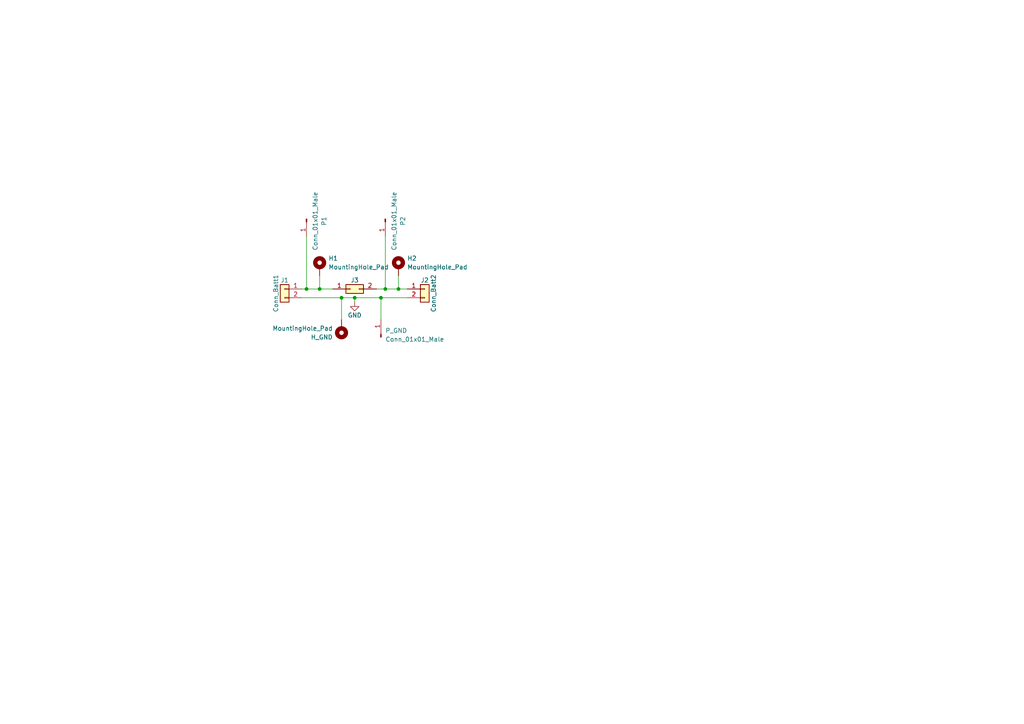
<source format=kicad_sch>
(kicad_sch (version 20230121) (generator eeschema)
  (paper "A4")
  (lib_symbols
    (symbol "Connector:Conn_01x01_Male" (pin_names (offset 1.016) hide)
      (property "Reference" "J" (at 0 2.54 0))
      (property "Value" "Conn_01x01_Male" (at 0 -2.54 0))
      (symbol "Conn_01x01_Male_1_1"
        (polyline (pts (xy 1.27 0) (xy 0.8636 0)) (stroke (width 0.1524)))
        (rectangle (start 0.8636 0.127) (end 0 -0.127) (stroke (width 0.1524)) (fill (type outline)))
        (pin passive line (at 5.08 0 180) (length 3.81) (name "Pin_1") (number "1"))
      )
    )
    (symbol "Connector_Generic:Conn_01x02" (pin_names (offset 1.016) hide)
      (property "Reference" "J" (at 0 2.54 0))
      (property "Value" "Conn_01x02" (at 0 -5.08 0))
      (symbol "Conn_01x02_1_1"
        (rectangle (start -1.27 -2.413) (end 0 -2.667) (stroke (width 0.1524)))
        (rectangle (start -1.27 0.127) (end 0 -0.127) (stroke (width 0.1524)))
        (rectangle (start -1.27 1.27) (end 1.27 -3.81) (stroke (width 0.254)) (fill (type background)))
        (pin passive line (at -5.08 0 0) (length 3.81) (name "Pin_1") (number "1"))
        (pin passive line (at -5.08 -2.54 0) (length 3.81) (name "Pin_2") (number "2"))
      )
    )
    (symbol "Connector_Generic:Conn_02x01" (pin_names (offset 1.016) hide)
      (property "Reference" "J" (at 1.27 2.54 0))
      (property "Value" "Conn_02x01" (at 1.27 -2.54 0))
      (symbol "Conn_02x01_1_1"
        (rectangle (start -1.27 0.127) (end 0 -0.127) (stroke (width 0.1524)))
        (rectangle (start -1.27 1.27) (end 3.81 -1.27) (stroke (width 0.254)) (fill (type background)))
        (rectangle (start 3.81 0.127) (end 2.54 -0.127) (stroke (width 0.1524)))
        (pin passive line (at -5.08 0 0) (length 3.81) (name "Pin_1") (number "1"))
        (pin passive line (at 7.62 0 180) (length 3.81) (name "Pin_2") (number "2"))
      )
    )
    (symbol "Mechanical:MountingHole_Pad" (pin_numbers hide) (pin_names (offset 1.016) hide)
      (property "Reference" "H" (at 0 6.35 0))
      (property "Value" "MountingHole_Pad" (at 0 4.445 0))
      (symbol "MountingHole_Pad_0_1"
        (circle (center 0 1.27) (radius 1.27) (stroke (width 1.27)))
      )
      (symbol "MountingHole_Pad_1_1"
        (pin input line (at 0 -2.54 90) (length 2.54) (name "1") (number "1"))
      )
    )
    (symbol "power:GND" (power) (pin_names (offset 0))
      (property "Value" "GND" (at 0 -3.81 0))
      (symbol "GND_0_1"
        (polyline (pts (xy 0 0) (xy 0 -1.27) (xy 1.27 -1.27) (xy 0 -2.54) (xy -1.27 -1.27) (xy 0 -1.27)))
      )
      (symbol "GND_1_1"
        (pin power_in line (at 0 0 270) (length 0) hide (name "GND") (number "1"))
      )
    )
  )
  (junction (at 99.06 86.36))
  (junction (at 92.71 83.82))
  (junction (at 88.9 83.82))
  (junction (at 115.57 83.82))
  (junction (at 111.76 83.82))
  (junction (at 110.49 86.36))
  (junction (at 102.87 86.36))
  (wire (pts (xy 111.76 83.82) (xy 115.57 83.82)))
  (wire (pts (xy 87.63 83.82) (xy 88.9 83.82)))
  (wire (pts (xy 87.63 86.36) (xy 99.06 86.36)))
  (wire (pts (xy 92.71 83.82) (xy 96.52 83.82)))
  (wire (pts (xy 109.22 83.82) (xy 111.76 83.82)))
  (wire (pts (xy 110.49 92.71) (xy 110.49 86.36)))
  (wire (pts (xy 111.76 68.58) (xy 111.76 83.82)))
  (wire (pts (xy 99.06 86.36) (xy 102.87 86.36)))
  (wire (pts (xy 110.49 86.36) (xy 118.11 86.36)))
  (wire (pts (xy 102.87 86.36) (xy 102.87 87.63)))
  (wire (pts (xy 88.9 68.58) (xy 88.9 83.82)))
  (wire (pts (xy 92.71 80.01) (xy 92.71 83.82)))
  (wire (pts (xy 88.9 83.82) (xy 92.71 83.82)))
  (wire (pts (xy 99.06 86.36) (xy 99.06 92.71)))
  (wire (pts (xy 102.87 86.36) (xy 110.49 86.36)))
  (wire (pts (xy 115.57 80.01) (xy 115.57 83.82)))
  (wire (pts (xy 115.57 83.82) (xy 118.11 83.82)))
  (symbol (lib_id "Connector_Generic:Conn_01x02") (at 82.55 83.82 0) (mirror y) (unit 1)
    (property "Reference" "J1" (at 82.55 81.28 0))
    (property "Value" "Conn_Batt1" (at 80.01 85.09 90))
    (property "Footprint" "Connector_JST:JST_PH_S2B-PH-SM4-TB_1x02-1MP_P2.00mm_Horizontal" (effects hide))
    (property "LCSC" "C47647" (effects hide))
  )
  (symbol (lib_id "Connector:Conn_01x01_Male") (at 110.49 97.79 90) (unit 1)
    (property "Reference" "P_GND" (at 111.76 95.885 90) (effects (justify right)))
    (property "Value" "Conn_01x01_Male" (at 111.76 98.425 90) (effects (justify right)))
    (property "Footprint" "Connector_PinHeader_2.54mm:PinHeader_1x01_P2.54mm_Vertical" (effects hide))
  )
  (symbol (lib_id "Connector:Conn_01x01_Male") (at 111.76 63.5 270) (unit 1)
    (property "Reference" "P2" (at 116.84 64.135 0))
    (property "Value" "Conn_01x01_Male" (at 114.3 64.135 0))
    (property "Footprint" "Connector_PinHeader_2.54mm:PinHeader_1x01_P2.54mm_Vertical" (effects hide))
  )
  (symbol (lib_id "Mechanical:MountingHole_Pad") (at 115.57 77.47 0) (unit 1)
    (property "Reference" "H2" (at 118.11 74.93 0) (effects (justify left)))
    (property "Value" "MountingHole_Pad" (at 118.11 77.47 0) (effects (justify left)))
    (property "Footprint" "MountingHole:MountingHole_4mm_Pad" (effects hide))
  )
  (symbol (lib_id "Connector_Generic:Conn_02x01") (at 101.6 83.82 0) (unit 1)
    (property "Reference" "J3" (at 102.87 81.28 0))
    (property "Value" "Conn_Jumper" (effects hide))
    (property "Footprint" "Connector_PinHeader_2.54mm:PinHeader_1x02_P2.54mm_Vertical" (effects hide))
  )
  (symbol (lib_id "Connector:Conn_01x01_Male") (at 88.9 63.5 270) (unit 1)
    (property "Reference" "P1" (at 93.98 64.135 0))
    (property "Value" "Conn_01x01_Male" (at 91.44 64.135 0))
    (property "Footprint" "Connector_PinHeader_2.54mm:PinHeader_1x01_P2.54mm_Vertical" (effects hide))
  )
  (symbol (lib_id "power:GND") (at 102.87 87.63 0) (unit 1)
    (property "Reference" "#PWR02" (effects hide))
    (property "Value" "GND" (at 102.87 91.44 0))
  )
  (symbol (lib_id "Mechanical:MountingHole_Pad") (at 99.06 95.25 180) (unit 1)
    (property "Reference" "H_GND" (at 96.52 97.79 0) (effects (justify left)))
    (property "Value" "MountingHole_Pad" (at 96.52 95.25 0) (effects (justify left)))
    (property "Footprint" "MountingHole:MountingHole_4mm_Pad" (effects hide))
  )
  (symbol (lib_id "Connector_Generic:Conn_01x02") (at 123.19 83.82 0) (unit 1)
    (property "Reference" "J2" (at 123.19 81.28 0))
    (property "Value" "Conn_Batt2" (at 125.73 85.09 90))
    (property "Footprint" "Connector_JST:JST_PH_S2B-PH-SM4-TB_1x02-1MP_P2.00mm_Horizontal" (effects hide))
    (property "LCSC" "C47647" (effects hide))
  )
  (symbol (lib_id "Mechanical:MountingHole_Pad") (at 92.71 77.47 0) (unit 1)
    (property "Reference" "H1" (at 95.25 74.93 0) (effects (justify left)))
    (property "Value" "MountingHole_Pad" (at 95.25 77.47 0) (effects (justify left)))
    (property "Footprint" "MountingHole:MountingHole_4mm_Pad" (effects hide))
  )
)
</source>
